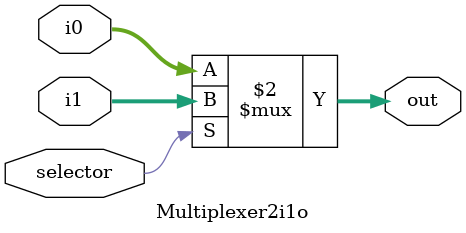
<source format=v>
`timescale 1ps/1ps
module Multiplexer2i1o #(parameter SIZE = 32) (
    i0, 
    i1, 
    selector, 
    out
    );
    
    input [SIZE-1:0] i0;
    input [SIZE-1:0] i1;
    input selector;
    
    output [SIZE-1:0] out;
    
    assign out = (selector == 1'd1) ? i1 : i0;
    
endmodule

</source>
